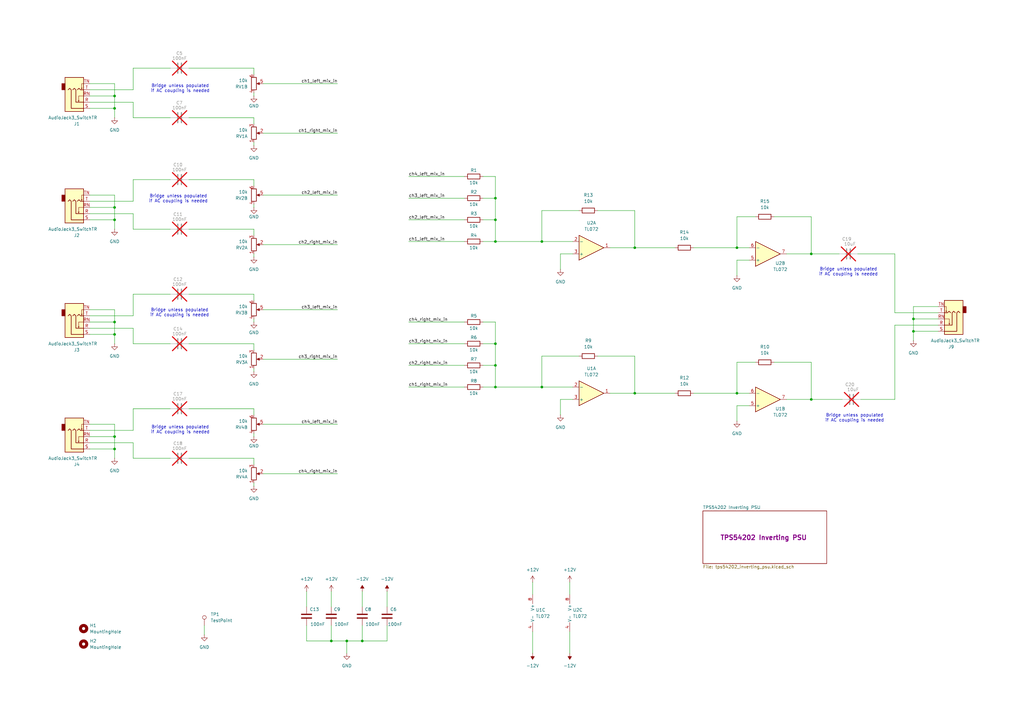
<source format=kicad_sch>
(kicad_sch (version 20231120) (generator "eeschema") (generator_version "8.0")
  (paper "A3")
  (title_block (date "2024-04-18") (rev "C"))
  (lib_symbols
    (symbol "Amplifier_Operational:TL072" (pin_names (offset 0.127))
      (property "Reference" "U" (at 0 5.08 0))
      (property "Value" "TL072" (at 0 -5.08 0))
      (symbol "TL072_1_1"
        (polyline (pts (xy -5.08 5.08) (xy 5.08 0) (xy -5.08 -5.08) (xy -5.08 5.08)) (stroke (width 0.254)) (fill (type background)))
        (pin output line (at 7.62 0 180) (length 2.54) (name "~") (number "1"))
        (pin input line (at -7.62 -2.54 0) (length 2.54) (name "-") (number "2"))
        (pin input line (at -7.62 2.54 0) (length 2.54) (name "+") (number "3"))
      )
      (symbol "TL072_2_1"
        (polyline (pts (xy -5.08 5.08) (xy 5.08 0) (xy -5.08 -5.08) (xy -5.08 5.08)) (stroke (width 0.254)) (fill (type background)))
        (pin input line (at -7.62 2.54 0) (length 2.54) (name "+") (number "5"))
        (pin input line (at -7.62 -2.54 0) (length 2.54) (name "-") (number "6"))
        (pin output line (at 7.62 0 180) (length 2.54) (name "~") (number "7"))
      )
      (symbol "TL072_3_1"
        (pin power_in line (at -2.54 -7.62 90) (length 3.81) (name "V-") (number "4"))
        (pin power_in line (at -2.54 7.62 270) (length 3.81) (name "V+") (number "8"))
      )
    )
    (symbol "Connector:TestPoint" (pin_numbers hide) (pin_names (offset 0.762) hide)
      (property "Reference" "TP" (at 0 6.858 0))
      (property "Value" "TestPoint" (at 0 5.08 0))
      (symbol "TestPoint_0_1"
        (circle (center 0 3.302) (radius 0.762))
      )
      (symbol "TestPoint_1_1"
        (pin passive line (at 0 0 90) (length 2.54) (name "1") (number "1"))
      )
    )
    (symbol "Connector_Audio:AudioJack3_SwitchTR"
      (property "Reference" "J" (at 0 8.89 0))
      (property "Value" "AudioJack3_SwitchTR" (at 0 6.35 0))
      (symbol "AudioJack3_SwitchTR_0_1"
        (rectangle (start -5.08 -5.08) (end -6.35 -7.62) (stroke (width 0.254)) (fill (type outline)))
        (polyline (pts (xy 0.508 -0.254) (xy 0.762 -0.762)))
        (polyline (pts (xy 1.778 -5.334) (xy 2.032 -5.842)))
        (polyline (pts (xy 0 -5.08) (xy 0.635 -5.715) (xy 1.27 -5.08) (xy 2.54 -5.08)) (stroke (width 0.254)))
        (polyline (pts (xy 2.54 -7.62) (xy 1.778 -7.62) (xy 1.778 -5.334) (xy 1.524 -5.842)))
        (polyline (pts (xy 2.54 -2.54) (xy 0.508 -2.54) (xy 0.508 -0.254) (xy 0.254 -0.762)))
        (polyline (pts (xy -1.905 -5.08) (xy -1.27 -5.715) (xy -0.635 -5.08) (xy -0.635 0) (xy 2.54 0)) (stroke (width 0.254)))
        (polyline (pts (xy 2.54 2.54) (xy -2.54 2.54) (xy -2.54 -5.08) (xy -3.175 -5.715) (xy -3.81 -5.08)) (stroke (width 0.254)))
        (rectangle (start 2.54 3.81) (end -5.08 -10.16) (stroke (width 0.254)) (fill (type background)))
      )
      (symbol "AudioJack3_SwitchTR_1_1"
        (pin passive line (at 5.08 0 180) (length 2.54) (name "~") (number "R"))
        (pin passive line (at 5.08 -2.54 180) (length 2.54) (name "~") (number "RN"))
        (pin passive line (at 5.08 2.54 180) (length 2.54) (name "~") (number "S"))
        (pin passive line (at 5.08 -5.08 180) (length 2.54) (name "~") (number "T"))
        (pin passive line (at 5.08 -7.62 180) (length 2.54) (name "~") (number "TN"))
      )
    )
    (symbol "Device:C" (pin_numbers hide) (pin_names (offset 0.254))
      (property "Reference" "C" (at 0.635 2.54 0))
      (property "Value" "C" (at 0.635 -2.54 0))
      (symbol "C_0_1"
        (polyline (pts (xy -2.032 -0.762) (xy 2.032 -0.762)) (stroke (width 0.508)))
        (polyline (pts (xy -2.032 0.762) (xy 2.032 0.762)) (stroke (width 0.508)))
      )
      (symbol "C_1_1"
        (pin passive line (at 0 3.81 270) (length 2.794) (name "~") (number "1"))
        (pin passive line (at 0 -3.81 90) (length 2.794) (name "~") (number "2"))
      )
    )
    (symbol "Device:R" (pin_numbers hide) (pin_names (offset 0))
      (property "Reference" "R" (at 2.032 0 90))
      (property "Value" "R" (at 0 0 90))
      (symbol "R_0_1"
        (rectangle (start -1.016 -2.54) (end 1.016 2.54) (stroke (width 0.254)))
      )
      (symbol "R_1_1"
        (pin passive line (at 0 3.81 270) (length 1.27) (name "~") (number "1"))
        (pin passive line (at 0 -3.81 90) (length 1.27) (name "~") (number "2"))
      )
    )
    (symbol "Device:R_Potentiometer_Dual_Separate" (pin_names (offset 1.016) hide)
      (property "Reference" "RV" (at -4.445 0 90))
      (property "Value" "R_Potentiometer_Dual_Separate" (at -2.54 0 90))
      (symbol "R_Potentiometer_Dual_Separate_0_1"
        (polyline (pts (xy 2.54 0) (xy 1.524 0)))
        (polyline (pts (xy 1.143 0) (xy 2.286 0.508) (xy 2.286 -0.508) (xy 1.143 0)) (fill (type outline)))
        (rectangle (start 1.016 2.54) (end -1.016 -2.54) (stroke (width 0.254)))
      )
      (symbol "R_Potentiometer_Dual_Separate_1_1"
        (pin passive line (at 0 3.81 270) (length 1.27) (name "1") (number "1"))
        (pin passive line (at 3.81 0 180) (length 1.27) (name "2") (number "2"))
        (pin passive line (at 0 -3.81 90) (length 1.27) (name "3") (number "3"))
      )
      (symbol "R_Potentiometer_Dual_Separate_2_1"
        (pin passive line (at 0 3.81 270) (length 1.27) (name "4") (number "4"))
        (pin passive line (at 3.81 0 180) (length 1.27) (name "5") (number "5"))
        (pin passive line (at 0 -3.81 90) (length 1.27) (name "6") (number "6"))
      )
    )
    (symbol "Mechanical:MountingHole" (pin_names (offset 1.016)) (exclude_from_sim yes) (in_bom no)
      (property "Reference" "H" (at 0 5.08 0))
      (property "Value" "MountingHole" (at 0 3.175 0))
      (symbol "MountingHole_0_1"
        (circle (center 0 0) (radius 1.27) (stroke (width 1.27)))
      )
    )
    (symbol "power:+12V" (power) (pin_numbers hide) (pin_names (offset 0) hide)
      (property "Value" "+12V" (at 0 3.556 0))
      (symbol "+12V_0_1"
        (polyline (pts (xy -0.762 1.27) (xy 0 2.54)))
        (polyline (pts (xy 0 0) (xy 0 2.54)))
        (polyline (pts (xy 0 2.54) (xy 0.762 1.27)))
      )
      (symbol "+12V_1_1"
        (pin power_in line (at 0 0 90) (length 0) (name "~") (number "1"))
      )
    )
    (symbol "power:-12V" (power) (pin_numbers hide) (pin_names (offset 0) hide)
      (property "Value" "-12V" (at 0 3.556 0))
      (symbol "-12V_0_0"
        (pin power_in line (at 0 0 90) (length 0) (name "~") (number "1"))
      )
      (symbol "-12V_0_1"
        (polyline (pts (xy 0 0) (xy 0 1.27) (xy 0.762 1.27) (xy 0 2.54) (xy -0.762 1.27) (xy 0 1.27)) (fill (type outline)))
      )
    )
    (symbol "power:GND" (power) (pin_numbers hide) (pin_names (offset 0) hide)
      (property "Value" "GND" (at 0 -3.81 0))
      (symbol "GND_0_1"
        (polyline (pts (xy 0 0) (xy 0 -1.27) (xy 1.27 -1.27) (xy 0 -2.54) (xy -1.27 -1.27) (xy 0 -1.27)))
      )
      (symbol "GND_1_1"
        (pin power_in line (at 0 0 270) (length 0) (name "~") (number "1"))
      )
    )
  )
  (junction (at 203.2 149.86))
  (junction (at 374.65 130.81))
  (junction (at 148.59 262.89))
  (junction (at 135.89 262.89))
  (junction (at 222.25 99.06))
  (junction (at 374.65 135.89))
  (junction (at 302.26 161.29))
  (junction (at 203.2 90.17))
  (junction (at 46.99 39.37))
  (junction (at 46.99 90.17))
  (junction (at 203.2 158.75))
  (junction (at 46.99 85.09))
  (junction (at 260.35 161.29))
  (junction (at 46.99 184.15))
  (junction (at 203.2 140.97))
  (junction (at 46.99 179.07))
  (junction (at 203.2 81.28))
  (junction (at 46.99 44.45))
  (junction (at 142.24 262.89))
  (junction (at 332.74 104.14))
  (junction (at 260.35 101.6))
  (junction (at 46.99 132.08))
  (junction (at 46.99 137.16))
  (junction (at 222.25 158.75))
  (junction (at 302.26 101.6))
  (junction (at 203.2 99.06))
  (junction (at 332.74 163.83))
  (wire (pts (xy 107.95 173.99) (xy 138.43 173.99)))
  (wire (pts (xy 332.74 163.83) (xy 345.44 163.83)))
  (wire (pts (xy 36.83 87.63) (xy 54.61 87.63)))
  (wire (pts (xy 302.26 106.68) (xy 307.34 106.68)))
  (wire (pts (xy 317.5 88.9) (xy 332.74 88.9)))
  (wire (pts (xy 36.83 184.15) (xy 46.99 184.15)))
  (wire (pts (xy 148.59 262.89) (xy 158.75 262.89)))
  (wire (pts (xy 198.12 81.28) (xy 203.2 81.28)))
  (wire (pts (xy 54.61 27.94) (xy 69.85 27.94)))
  (wire (pts (xy 54.61 87.63) (xy 54.61 93.98)))
  (wire (pts (xy 104.14 93.98) (xy 104.14 96.52)))
  (wire (pts (xy 77.47 48.26) (xy 104.14 48.26)))
  (wire (pts (xy 77.47 93.98) (xy 104.14 93.98)))
  (wire (pts (xy 233.68 238.76) (xy 233.68 243.84)))
  (wire (pts (xy 54.61 73.66) (xy 69.85 73.66)))
  (wire (pts (xy 54.61 36.83) (xy 54.61 27.94)))
  (wire (pts (xy 203.2 72.39) (xy 203.2 81.28)))
  (wire (pts (xy 46.99 90.17) (xy 46.99 85.09)))
  (wire (pts (xy 46.99 184.15) (xy 46.99 187.96)))
  (wire (pts (xy 104.14 177.8) (xy 104.14 179.07)))
  (wire (pts (xy 367.03 104.14) (xy 367.03 128.27)))
  (wire (pts (xy 229.87 163.83) (xy 234.95 163.83)))
  (wire (pts (xy 135.89 256.54) (xy 135.89 262.89)))
  (wire (pts (xy 54.61 129.54) (xy 54.61 120.65)))
  (wire (pts (xy 384.81 128.27) (xy 367.03 128.27)))
  (wire (pts (xy 104.14 130.81) (xy 104.14 132.08)))
  (wire (pts (xy 46.99 127) (xy 36.83 127)))
  (wire (pts (xy 203.2 149.86) (xy 203.2 158.75)))
  (wire (pts (xy 302.26 166.37) (xy 302.26 172.72)))
  (wire (pts (xy 54.61 187.96) (xy 69.85 187.96)))
  (wire (pts (xy 203.2 81.28) (xy 203.2 90.17)))
  (wire (pts (xy 250.19 101.6) (xy 260.35 101.6)))
  (wire (pts (xy 104.14 38.1) (xy 104.14 39.37)))
  (wire (pts (xy 36.83 176.53) (xy 54.61 176.53)))
  (wire (pts (xy 158.75 256.54) (xy 158.75 262.89)))
  (wire (pts (xy 125.73 242.57) (xy 125.73 248.92)))
  (wire (pts (xy 36.83 90.17) (xy 46.99 90.17)))
  (wire (pts (xy 36.83 82.55) (xy 54.61 82.55)))
  (wire (pts (xy 222.25 86.36) (xy 237.49 86.36)))
  (wire (pts (xy 36.83 44.45) (xy 46.99 44.45)))
  (wire (pts (xy 104.14 167.64) (xy 104.14 170.18)))
  (wire (pts (xy 158.75 248.92) (xy 158.75 242.57)))
  (wire (pts (xy 222.25 99.06) (xy 234.95 99.06)))
  (wire (pts (xy 36.83 137.16) (xy 46.99 137.16)))
  (wire (pts (xy 54.61 48.26) (xy 69.85 48.26)))
  (wire (pts (xy 198.12 158.75) (xy 203.2 158.75)))
  (wire (pts (xy 198.12 72.39) (xy 203.2 72.39)))
  (wire (pts (xy 107.95 194.31) (xy 138.43 194.31)))
  (wire (pts (xy 222.25 158.75) (xy 234.95 158.75)))
  (wire (pts (xy 203.2 140.97) (xy 203.2 149.86)))
  (wire (pts (xy 54.61 93.98) (xy 69.85 93.98)))
  (wire (pts (xy 317.5 148.59) (xy 332.74 148.59)))
  (wire (pts (xy 167.64 158.75) (xy 190.5 158.75)))
  (wire (pts (xy 351.79 104.14) (xy 367.03 104.14)))
  (wire (pts (xy 332.74 88.9) (xy 332.74 104.14)))
  (wire (pts (xy 167.64 149.86) (xy 190.5 149.86)))
  (wire (pts (xy 135.89 262.89) (xy 142.24 262.89)))
  (wire (pts (xy 222.25 86.36) (xy 222.25 99.06)))
  (wire (pts (xy 203.2 90.17) (xy 203.2 99.06)))
  (wire (pts (xy 46.99 39.37) (xy 36.83 39.37)))
  (wire (pts (xy 54.61 176.53) (xy 54.61 167.64)))
  (wire (pts (xy 167.64 72.39) (xy 190.5 72.39)))
  (wire (pts (xy 104.14 120.65) (xy 104.14 123.19)))
  (wire (pts (xy 107.95 147.32) (xy 138.43 147.32)))
  (wire (pts (xy 77.47 167.64) (xy 104.14 167.64)))
  (wire (pts (xy 104.14 58.42) (xy 104.14 59.69)))
  (wire (pts (xy 302.26 161.29) (xy 307.34 161.29)))
  (wire (pts (xy 260.35 161.29) (xy 276.86 161.29)))
  (wire (pts (xy 104.14 104.14) (xy 104.14 105.41)))
  (wire (pts (xy 198.12 149.86) (xy 203.2 149.86)))
  (wire (pts (xy 142.24 262.89) (xy 142.24 267.97)))
  (wire (pts (xy 104.14 187.96) (xy 104.14 190.5)))
  (wire (pts (xy 54.61 134.62) (xy 54.61 140.97)))
  (wire (pts (xy 167.64 140.97) (xy 190.5 140.97)))
  (wire (pts (xy 36.83 181.61) (xy 54.61 181.61)))
  (wire (pts (xy 233.68 259.08) (xy 233.68 267.97)))
  (wire (pts (xy 245.11 86.36) (xy 260.35 86.36)))
  (wire (pts (xy 104.14 198.12) (xy 104.14 199.39)))
  (wire (pts (xy 374.65 125.73) (xy 384.81 125.73)))
  (wire (pts (xy 77.47 140.97) (xy 104.14 140.97)))
  (wire (pts (xy 198.12 140.97) (xy 203.2 140.97)))
  (wire (pts (xy 245.11 146.05) (xy 260.35 146.05)))
  (wire (pts (xy 46.99 39.37) (xy 46.99 34.29)))
  (wire (pts (xy 198.12 99.06) (xy 203.2 99.06)))
  (wire (pts (xy 107.95 54.61) (xy 138.43 54.61)))
  (wire (pts (xy 77.47 187.96) (xy 104.14 187.96)))
  (wire (pts (xy 46.99 179.07) (xy 36.83 179.07)))
  (wire (pts (xy 142.24 262.89) (xy 148.59 262.89)))
  (wire (pts (xy 46.99 34.29) (xy 36.83 34.29)))
  (wire (pts (xy 203.2 99.06) (xy 222.25 99.06)))
  (wire (pts (xy 148.59 248.92) (xy 148.59 242.57)))
  (wire (pts (xy 104.14 48.26) (xy 104.14 50.8)))
  (wire (pts (xy 260.35 101.6) (xy 276.86 101.6)))
  (wire (pts (xy 107.95 127) (xy 138.43 127)))
  (wire (pts (xy 104.14 140.97) (xy 104.14 143.51)))
  (wire (pts (xy 77.47 73.66) (xy 104.14 73.66)))
  (wire (pts (xy 54.61 41.91) (xy 54.61 48.26)))
  (wire (pts (xy 104.14 83.82) (xy 104.14 85.09)))
  (wire (pts (xy 302.26 88.9) (xy 309.88 88.9)))
  (wire (pts (xy 46.99 137.16) (xy 46.99 140.97)))
  (wire (pts (xy 46.99 137.16) (xy 46.99 132.08)))
  (wire (pts (xy 104.14 73.66) (xy 104.14 76.2)))
  (wire (pts (xy 46.99 173.99) (xy 36.83 173.99)))
  (wire (pts (xy 46.99 132.08) (xy 36.83 132.08)))
  (wire (pts (xy 384.81 133.35) (xy 367.03 133.35)))
  (wire (pts (xy 46.99 44.45) (xy 46.99 39.37)))
  (wire (pts (xy 374.65 135.89) (xy 374.65 130.81)))
  (wire (pts (xy 125.73 262.89) (xy 135.89 262.89)))
  (wire (pts (xy 203.2 132.08) (xy 203.2 140.97)))
  (wire (pts (xy 46.99 85.09) (xy 36.83 85.09)))
  (wire (pts (xy 107.95 100.33) (xy 138.43 100.33)))
  (wire (pts (xy 353.06 163.83) (xy 367.03 163.83)))
  (wire (pts (xy 322.58 104.14) (xy 332.74 104.14)))
  (wire (pts (xy 250.19 161.29) (xy 260.35 161.29)))
  (wire (pts (xy 107.95 34.29) (xy 138.43 34.29)))
  (wire (pts (xy 384.81 135.89) (xy 374.65 135.89)))
  (wire (pts (xy 222.25 146.05) (xy 237.49 146.05)))
  (wire (pts (xy 332.74 148.59) (xy 332.74 163.83)))
  (wire (pts (xy 284.48 161.29) (xy 302.26 161.29)))
  (wire (pts (xy 46.99 179.07) (xy 46.99 173.99)))
  (wire (pts (xy 104.14 27.94) (xy 104.14 30.48)))
  (wire (pts (xy 36.83 134.62) (xy 54.61 134.62)))
  (wire (pts (xy 148.59 256.54) (xy 148.59 262.89)))
  (wire (pts (xy 46.99 90.17) (xy 46.99 93.98)))
  (wire (pts (xy 284.48 101.6) (xy 302.26 101.6)))
  (wire (pts (xy 167.64 90.17) (xy 190.5 90.17)))
  (wire (pts (xy 374.65 130.81) (xy 384.81 130.81)))
  (wire (pts (xy 167.64 99.06) (xy 190.5 99.06)))
  (wire (pts (xy 229.87 104.14) (xy 229.87 110.49)))
  (wire (pts (xy 260.35 86.36) (xy 260.35 101.6)))
  (wire (pts (xy 83.82 256.54) (xy 83.82 260.35)))
  (wire (pts (xy 104.14 151.13) (xy 104.14 152.4)))
  (wire (pts (xy 54.61 181.61) (xy 54.61 187.96)))
  (wire (pts (xy 46.99 80.01) (xy 36.83 80.01)))
  (wire (pts (xy 218.44 238.76) (xy 218.44 243.84)))
  (wire (pts (xy 198.12 132.08) (xy 203.2 132.08)))
  (wire (pts (xy 36.83 36.83) (xy 54.61 36.83)))
  (wire (pts (xy 107.95 80.01) (xy 138.43 80.01)))
  (wire (pts (xy 54.61 167.64) (xy 69.85 167.64)))
  (wire (pts (xy 260.35 146.05) (xy 260.35 161.29)))
  (wire (pts (xy 222.25 146.05) (xy 222.25 158.75)))
  (wire (pts (xy 167.64 132.08) (xy 190.5 132.08)))
  (wire (pts (xy 374.65 135.89) (xy 374.65 139.7)))
  (wire (pts (xy 77.47 27.94) (xy 104.14 27.94)))
  (wire (pts (xy 229.87 104.14) (xy 234.95 104.14)))
  (wire (pts (xy 203.2 158.75) (xy 222.25 158.75)))
  (wire (pts (xy 302.26 148.59) (xy 302.26 161.29)))
  (wire (pts (xy 77.47 120.65) (xy 104.14 120.65)))
  (wire (pts (xy 46.99 85.09) (xy 46.99 80.01)))
  (wire (pts (xy 198.12 90.17) (xy 203.2 90.17)))
  (wire (pts (xy 229.87 163.83) (xy 229.87 170.18)))
  (wire (pts (xy 46.99 44.45) (xy 46.99 48.26)))
  (wire (pts (xy 322.58 163.83) (xy 332.74 163.83)))
  (wire (pts (xy 46.99 184.15) (xy 46.99 179.07)))
  (wire (pts (xy 332.74 104.14) (xy 344.17 104.14)))
  (wire (pts (xy 54.61 82.55) (xy 54.61 73.66)))
  (wire (pts (xy 367.03 133.35) (xy 367.03 163.83)))
  (wire (pts (xy 302.26 88.9) (xy 302.26 101.6)))
  (wire (pts (xy 46.99 132.08) (xy 46.99 127)))
  (wire (pts (xy 302.26 101.6) (xy 307.34 101.6)))
  (wire (pts (xy 167.64 81.28) (xy 190.5 81.28)))
  (wire (pts (xy 302.26 148.59) (xy 309.88 148.59)))
  (wire (pts (xy 36.83 41.91) (xy 54.61 41.91)))
  (wire (pts (xy 36.83 129.54) (xy 54.61 129.54)))
  (wire (pts (xy 218.44 259.08) (xy 218.44 267.97)))
  (wire (pts (xy 125.73 256.54) (xy 125.73 262.89)))
  (wire (pts (xy 135.89 242.57) (xy 135.89 248.92)))
  (wire (pts (xy 302.26 166.37) (xy 307.34 166.37)))
  (wire (pts (xy 302.26 106.68) (xy 302.26 113.03)))
  (wire (pts (xy 54.61 140.97) (xy 69.85 140.97)))
  (wire (pts (xy 54.61 120.65) (xy 69.85 120.65)))
  (wire (pts (xy 374.65 130.81) (xy 374.65 125.73)))
  (text "Bridge unless populated\nif AC coupling is needed" (at 350.52 171.45 0) (effects (font (size 1.27 1.27))))
  (text "Bridge unless populated\nif AC coupling is needed" (at 73.914 176.276 0) (effects (font (size 1.27 1.27))))
  (text "Bridge unless populated\nif AC coupling is needed" (at 73.66 128.27 0) (effects (font (size 1.27 1.27))))
  (text "Bridge unless populated\nif AC coupling is needed" (at 347.98 111.506 0) (effects (font (size 1.27 1.27))))
  (text "Bridge unless populated\nif AC coupling is needed" (at 73.914 36.322 0) (effects (font (size 1.27 1.27))))
  (text "Bridge unless populated\nif AC coupling is needed" (at 73.152 81.534 0) (effects (font (size 1.27 1.27))))
  (label "ch3_right_mix_in" (at 138.43 147.32 180))
  (label "ch1_right_mix_in" (at 167.64 158.75 0))
  (label "ch2_left_mix_in" (at 138.43 80.01 180))
  (label "ch1_right_mix_in" (at 138.43 54.61 180))
  (label "ch1_left_mix_in" (at 167.64 99.06 0))
  (label "ch4_right_mix_in" (at 167.64 132.08 0))
  (label "ch2_right_mix_in" (at 138.43 100.33 180))
  (label "ch3_left_mix_in" (at 167.64 81.28 0))
  (label "ch4_left_mix_in" (at 138.43 173.99 180))
  (label "ch2_right_mix_in" (at 167.64 149.86 0))
  (label "ch3_right_mix_in" (at 167.64 140.97 0))
  (label "ch3_left_mix_in" (at 138.43 127 180))
  (label "ch4_right_mix_in" (at 138.43 194.31 180))
  (label "ch4_left_mix_in" (at 167.64 72.39 0))
  (label "ch2_left_mix_in" (at 167.64 90.17 0))
  (label "ch1_left_mix_in" (at 138.43 34.29 180))
  (symbol (lib_id "power:GND") (at 83.82 260.35 0) (unit 1)
    (property "Reference" "#PWR08" (effects (hide yes)))
    (property "Value" "GND" (at 83.82 265.43 0))
    (property "Description" "Power symbol creates a global label with name \"GND\" , ground" (effects (hide yes)))
  )
  (symbol (lib_id "Device:C") (at 148.59 252.73 0) (unit 1)
    (property "Reference" "C8" (at 149.606 249.936 0) (effects (justify left)))
    (property "Value" "100nF" (at 149.86 256.032 0) (effects (justify left)))
    (property "Footprint" "Capacitor_SMD:C_0603_1608Metric_Pad1.08x0.95mm_HandSolder" (effects (hide yes)))
    (property "Description" "Unpolarized capacitor" (effects (hide yes)))
    (property "LCSC" "C1590" (effects (hide yes)))
    (property "Notes" "X7R 25V" (effects (hide yes)))
    (property "Mouser" "791-0603B104J250CT" (effects (hide yes)))
  )
  (symbol (lib_id "power:GND") (at 229.87 170.18 0) (unit 1)
    (property "Reference" "#PWR028" (effects (hide yes)))
    (property "Value" "GND" (at 229.87 175.26 0))
    (property "Description" "Power symbol creates a global label with name \"GND\" , ground" (effects (hide yes)))
  )
  (symbol (lib_id "Device:C") (at 73.66 73.66 90) (unit 1) (in_bom no) (dnp yes)
    (property "Reference" "C10" (at 74.93 67.564 90) (effects (justify left)))
    (property "Value" "100nF" (at 76.708 69.596 90) (effects (justify left)))
    (property "Footprint" "Capacitor_SMD:C_0603_1608Metric_Pad1.08x0.95mm_HandSolder" (effects (hide yes)))
    (property "Description" "Unpolarized capacitor" (effects (hide yes)))
    (property "LCSC" "C1590" (effects (hide yes)))
    (property "Notes" "X7R 25V" (effects (hide yes)))
    (property "Mouser" "791-0603B104J250CT" (effects (hide yes)))
  )
  (symbol (lib_id "power:GND") (at 302.26 172.72 0) (unit 1)
    (property "Reference" "#PWR029" (effects (hide yes)))
    (property "Value" "GND" (at 302.26 177.8 0))
    (property "Description" "Power symbol creates a global label with name \"GND\" , ground" (effects (hide yes)))
  )
  (symbol (lib_id "Mechanical:MountingHole") (at 34.29 264.16 0) (unit 1)
    (property "Reference" "H2" (at 36.83 262.89 0) (effects (justify left)))
    (property "Value" "MountingHole" (at 36.83 265.43 0) (effects (justify left)))
    (property "Footprint" "MountingHole:MountingHole_3mm" (effects (hide yes)))
    (property "Description" "Mounting Hole without connection" (effects (hide yes)))
  )
  (symbol (lib_id "Device:R") (at 313.69 148.59 90) (unit 1)
    (property "Reference" "R10" (at 313.69 142.24 90))
    (property "Value" "10k" (at 313.69 144.78 90))
    (property "Footprint" "Resistor_SMD:R_0805_2012Metric_Pad1.20x1.40mm_HandSolder" (effects (hide yes)))
    (property "Description" "Resistor" (effects (hide yes)))
    (property "LCSC" "C17414" (effects (hide yes)))
    (property "Mouser" "71-CRCW080510K0FKEAC" (effects (hide yes)))
  )
  (symbol (lib_id "power:-12V") (at 233.68 267.97 180) (unit 1)
    (property "Reference" "#PWR030" (effects (hide yes)))
    (property "Value" "-12V" (at 233.68 273.05 0))
    (property "Description" "Power symbol creates a global label with name \"-12V\"" (effects (hide yes)))
  )
  (symbol (lib_id "Device:R") (at 280.67 101.6 90) (unit 1)
    (property "Reference" "R14" (at 280.67 95.25 90))
    (property "Value" "10k" (at 280.67 97.79 90))
    (property "Footprint" "Resistor_SMD:R_0805_2012Metric_Pad1.20x1.40mm_HandSolder" (effects (hide yes)))
    (property "Description" "Resistor" (effects (hide yes)))
    (property "LCSC" "C17414" (effects (hide yes)))
    (property "Mouser" "71-CRCW080510K0FKEAC" (effects (hide yes)))
  )
  (symbol (lib_id "Device:R") (at 194.31 72.39 90) (unit 1)
    (property "Reference" "R1" (at 194.31 69.85 90))
    (property "Value" "10k" (at 194.31 74.93 90))
    (property "Footprint" "Resistor_SMD:R_0805_2012Metric_Pad1.20x1.40mm_HandSolder" (effects (hide yes)))
    (property "Description" "Resistor" (effects (hide yes)))
    (property "LCSC" "C17414" (effects (hide yes)))
    (property "Mouser" "71-CRCW080510K0FKEAC" (effects (hide yes)))
  )
  (symbol (lib_id "power:GND") (at 229.87 110.49 0) (unit 1)
    (property "Reference" "#PWR023" (effects (hide yes)))
    (property "Value" "GND" (at 229.87 115.57 0))
    (property "Description" "Power symbol creates a global label with name \"GND\" , ground" (effects (hide yes)))
  )
  (symbol (lib_id "Amplifier_Operational:TL072") (at 236.22 251.46 0) (unit 3)
    (property "Reference" "U2" (at 234.95 250.19 0) (effects (justify left)))
    (property "Value" "TL072" (at 234.95 252.73 0) (effects (justify left)))
    (property "Footprint" "Package_SO:SOIC-8_3.9x4.9mm_P1.27mm" (effects (hide yes)))
    (property "Datasheet" "http://www.ti.com/lit/ds/symlink/tl071.pdf" (effects (hide yes)))
    (property "Description" "Dual Low-Noise JFET-Input Operational Amplifiers, DIP-8/SOIC-8" (effects (hide yes)))
    (property "LCSC" "C67473" (effects (hide yes)))
    (property "Mouser" "511-TL072CDT" (effects (hide yes)))
  )
  (symbol (lib_id "Device:C") (at 73.66 187.96 90) (unit 1) (in_bom no) (dnp yes)
    (property "Reference" "C18" (at 74.93 181.864 90) (effects (justify left)))
    (property "Value" "100nF" (at 76.708 183.896 90) (effects (justify left)))
    (property "Footprint" "Capacitor_SMD:C_0603_1608Metric_Pad1.08x0.95mm_HandSolder" (effects (hide yes)))
    (property "Description" "Unpolarized capacitor" (effects (hide yes)))
    (property "LCSC" "C1590" (effects (hide yes)))
    (property "Notes" "X7R 25V" (effects (hide yes)))
    (property "Mouser" "791-0603B104J250CT" (effects (hide yes)))
  )
  (symbol (lib_id "Device:C") (at 73.66 167.64 90) (unit 1) (in_bom no) (dnp yes)
    (property "Reference" "C17" (at 74.93 161.544 90) (effects (justify left)))
    (property "Value" "100nF" (at 76.708 163.576 90) (effects (justify left)))
    (property "Footprint" "Capacitor_SMD:C_0603_1608Metric_Pad1.08x0.95mm_HandSolder" (effects (hide yes)))
    (property "Description" "Unpolarized capacitor" (effects (hide yes)))
    (property "LCSC" "C1590" (effects (hide yes)))
    (property "Notes" "X7R 25V" (effects (hide yes)))
    (property "Mouser" "791-0603B104J250CT" (effects (hide yes)))
  )
  (symbol (lib_id "Device:R_Potentiometer_Dual_Separate") (at 104.14 54.61 0) (mirror x) (unit 1)
    (property "Reference" "RV1" (at 101.6 55.88 0) (effects (justify right)))
    (property "Value" "10k" (at 101.6 53.34 0) (effects (justify right)))
    (property "Footprint" "Potentiometers:Alps_RK12L12_Double_Horizontal" (effects (hide yes)))
    (property "Datasheet" "https://www.mouser.co.uk/datasheet/2/15/RK12L12_VARIETYOTHER-1370614.pdf" (effects (hide yes)))
    (property "Description" "Dual potentiometer, separate units, linear taper" (effects (hide yes)))
    (property "Mouser" "688-RK12L1210C1K " (effects (hide yes)))
  )
  (symbol (lib_id "Device:C") (at 347.98 104.14 90) (unit 1) (in_bom no) (dnp yes)
    (property "Reference" "C19" (at 349.25 98.044 90) (effects (justify left)))
    (property "Value" "10uF" (at 351.028 100.076 90) (effects (justify left)))
    (property "Footprint" "Capacitor_SMD:C_1210_3225Metric_Pad1.33x2.70mm_HandSolder" (effects (hide yes)))
    (property "Datasheet" "https://www.mouser.co.uk/datasheet/2/585/MLCC-1837944.pdf" (effects (hide yes)))
    (property "Description" "Unpolarized capacitor" (effects (hide yes)))
    (property "Notes" "X5R 25V 10% " (effects (hide yes)))
    (property "Mouser" "187-CL32A106KAULNNE" (effects (hide yes)))
  )
  (symbol (lib_id "Device:R_Potentiometer_Dual_Separate") (at 104.14 100.33 0) (mirror x) (unit 1)
    (property "Reference" "RV2" (at 101.6 101.6 0) (effects (justify right)))
    (property "Value" "10k" (at 101.6 99.06 0) (effects (justify right)))
    (property "Footprint" "Potentiometers:Alps_RK12L12_Double_Horizontal" (effects (hide yes)))
    (property "Datasheet" "https://www.mouser.co.uk/datasheet/2/15/RK12L12_VARIETYOTHER-1370614.pdf" (effects (hide yes)))
    (property "Description" "Dual potentiometer, separate units, linear taper" (effects (hide yes)))
    (property "Mouser" "688-RK12L1210C1K " (effects (hide yes)))
  )
  (symbol (lib_id "Amplifier_Operational:TL072") (at 242.57 161.29 0) (mirror x) (unit 1)
    (property "Reference" "U1" (at 242.57 151.13 0))
    (property "Value" "TL072" (at 242.57 153.67 0))
    (property "Footprint" "Package_SO:SOIC-8_3.9x4.9mm_P1.27mm" (effects (hide yes)))
    (property "Datasheet" "http://www.ti.com/lit/ds/symlink/tl071.pdf" (effects (hide yes)))
    (property "Description" "Dual Low-Noise JFET-Input Operational Amplifiers, DIP-8/SOIC-8" (effects (hide yes)))
    (property "LCSC" "C67473" (effects (hide yes)))
    (property "Mouser" "511-TL072CDT" (effects (hide yes)))
  )
  (symbol (lib_id "Device:C") (at 73.66 48.26 90) (unit 1) (in_bom no) (dnp yes)
    (property "Reference" "C7" (at 74.93 42.164 90) (effects (justify left)))
    (property "Value" "100nF" (at 76.708 44.196 90) (effects (justify left)))
    (property "Footprint" "Capacitor_SMD:C_0603_1608Metric_Pad1.08x0.95mm_HandSolder" (effects (hide yes)))
    (property "Description" "Unpolarized capacitor" (effects (hide yes)))
    (property "LCSC" "C1590" (effects (hide yes)))
    (property "Notes" "X7R 25V" (effects (hide yes)))
    (property "Mouser" "791-0603B104J250CT" (effects (hide yes)))
  )
  (symbol (lib_id "Device:C") (at 73.66 120.65 90) (unit 1) (in_bom no) (dnp yes)
    (property "Reference" "C12" (at 74.93 114.554 90) (effects (justify left)))
    (property "Value" "100nF" (at 76.708 116.586 90) (effects (justify left)))
    (property "Footprint" "Capacitor_SMD:C_0603_1608Metric_Pad1.08x0.95mm_HandSolder" (effects (hide yes)))
    (property "Description" "Unpolarized capacitor" (effects (hide yes)))
    (property "LCSC" "C1590" (effects (hide yes)))
    (property "Notes" "X7R 25V" (effects (hide yes)))
    (property "Mouser" "791-0603B104J250CT" (effects (hide yes)))
  )
  (symbol (lib_id "Device:R_Potentiometer_Dual_Separate") (at 104.14 194.31 0) (mirror x) (unit 1)
    (property "Reference" "RV4" (at 101.6 195.58 0) (effects (justify right)))
    (property "Value" "10k" (at 101.6 193.04 0) (effects (justify right)))
    (property "Footprint" "Potentiometers:Alps_RK12L12_Double_Horizontal" (effects (hide yes)))
    (property "Datasheet" "https://www.mouser.co.uk/datasheet/2/15/RK12L12_VARIETYOTHER-1370614.pdf" (effects (hide yes)))
    (property "Description" "Dual potentiometer, separate units, linear taper" (effects (hide yes)))
    (property "Mouser" "688-RK12L1210C1K " (effects (hide yes)))
  )
  (symbol (lib_id "Device:R_Potentiometer_Dual_Separate") (at 104.14 34.29 0) (mirror x) (unit 2)
    (property "Reference" "RV1" (at 101.6 35.56 0) (effects (justify right)))
    (property "Value" "10k" (at 101.6 33.02 0) (effects (justify right)))
    (property "Footprint" "Potentiometers:Alps_RK12L12_Double_Horizontal" (effects (hide yes)))
    (property "Datasheet" "https://www.mouser.co.uk/datasheet/2/15/RK12L12_VARIETYOTHER-1370614.pdf" (effects (hide yes)))
    (property "Description" "Dual potentiometer, separate units, linear taper" (effects (hide yes)))
    (property "Mouser" "688-RK12L1210C1K " (effects (hide yes)))
  )
  (symbol (lib_id "Device:C") (at 73.66 140.97 90) (unit 1) (in_bom no) (dnp yes)
    (property "Reference" "C14" (at 74.93 134.874 90) (effects (justify left)))
    (property "Value" "100nF" (at 76.708 136.906 90) (effects (justify left)))
    (property "Footprint" "Capacitor_SMD:C_0603_1608Metric_Pad1.08x0.95mm_HandSolder" (effects (hide yes)))
    (property "Description" "Unpolarized capacitor" (effects (hide yes)))
    (property "LCSC" "C1590" (effects (hide yes)))
    (property "Notes" "X7R 25V" (effects (hide yes)))
    (property "Mouser" "791-0603B104J250CT" (effects (hide yes)))
  )
  (symbol (lib_id "Device:R") (at 194.31 158.75 90) (unit 1)
    (property "Reference" "R8" (at 194.31 156.21 90))
    (property "Value" "10k" (at 194.31 161.29 90))
    (property "Footprint" "Resistor_SMD:R_0805_2012Metric_Pad1.20x1.40mm_HandSolder" (effects (hide yes)))
    (property "Description" "Resistor" (effects (hide yes)))
    (property "LCSC" "C17414" (effects (hide yes)))
    (property "Mouser" "71-CRCW080510K0FKEAC" (effects (hide yes)))
  )
  (symbol (lib_id "power:GND") (at 104.14 85.09 0) (unit 1)
    (property "Reference" "#PWR017" (effects (hide yes)))
    (property "Value" "GND" (at 104.14 88.9 0))
    (property "Description" "Power symbol creates a global label with name \"GND\" , ground" (effects (hide yes)))
  )
  (symbol (lib_id "power:+12V") (at 233.68 238.76 0) (unit 1)
    (property "Reference" "#PWR022" (effects (hide yes)))
    (property "Value" "+12V" (at 233.68 233.68 0))
    (property "Description" "Power symbol creates a global label with name \"+12V\"" (effects (hide yes)))
  )
  (symbol (lib_id "Device:R_Potentiometer_Dual_Separate") (at 104.14 173.99 0) (mirror x) (unit 2)
    (property "Reference" "RV4" (at 101.6 175.26 0) (effects (justify right)))
    (property "Value" "10k" (at 101.6 172.72 0) (effects (justify right)))
    (property "Footprint" "Potentiometers:Alps_RK12L12_Double_Horizontal" (effects (hide yes)))
    (property "Datasheet" "https://www.mouser.co.uk/datasheet/2/15/RK12L12_VARIETYOTHER-1370614.pdf" (effects (hide yes)))
    (property "Description" "Dual potentiometer, separate units, linear taper" (effects (hide yes)))
    (property "Mouser" "688-RK12L1210C1K " (effects (hide yes)))
  )
  (symbol (lib_id "power:GND") (at 46.99 187.96 0) (unit 1)
    (property "Reference" "#PWR019" (effects (hide yes)))
    (property "Value" "GND" (at 46.99 193.04 0))
    (property "Description" "Power symbol creates a global label with name \"GND\" , ground" (effects (hide yes)))
  )
  (symbol (lib_id "power:GND") (at 104.14 39.37 0) (unit 1)
    (property "Reference" "#PWR014" (effects (hide yes)))
    (property "Value" "GND" (at 104.14 43.434 0))
    (property "Description" "Power symbol creates a global label with name \"GND\" , ground" (effects (hide yes)))
  )
  (symbol (lib_id "power:-12V") (at 218.44 267.97 180) (unit 1)
    (property "Reference" "#PWR013" (effects (hide yes)))
    (property "Value" "-12V" (at 218.44 273.05 0))
    (property "Description" "Power symbol creates a global label with name \"-12V\"" (effects (hide yes)))
  )
  (symbol (lib_id "Device:R") (at 194.31 140.97 90) (unit 1)
    (property "Reference" "R6" (at 194.31 138.43 90))
    (property "Value" "10k" (at 194.31 143.51 90))
    (property "Footprint" "Resistor_SMD:R_0805_2012Metric_Pad1.20x1.40mm_HandSolder" (effects (hide yes)))
    (property "Description" "Resistor" (effects (hide yes)))
    (property "LCSC" "C17414" (effects (hide yes)))
    (property "Mouser" "71-CRCW080510K0FKEAC" (effects (hide yes)))
  )
  (symbol (lib_id "Device:R") (at 194.31 90.17 90) (unit 1)
    (property "Reference" "R3" (at 194.31 87.63 90))
    (property "Value" "10k" (at 194.31 92.71 90))
    (property "Footprint" "Resistor_SMD:R_0805_2012Metric_Pad1.20x1.40mm_HandSolder" (effects (hide yes)))
    (property "Description" "Resistor" (effects (hide yes)))
    (property "LCSC" "C17414" (effects (hide yes)))
    (property "Mouser" "71-CRCW080510K0FKEAC" (effects (hide yes)))
  )
  (symbol (lib_id "Device:R") (at 194.31 132.08 90) (unit 1)
    (property "Reference" "R5" (at 194.31 129.54 90))
    (property "Value" "10k" (at 194.31 134.62 90))
    (property "Footprint" "Resistor_SMD:R_0805_2012Metric_Pad1.20x1.40mm_HandSolder" (effects (hide yes)))
    (property "Description" "Resistor" (effects (hide yes)))
    (property "LCSC" "C17414" (effects (hide yes)))
    (property "Mouser" "71-CRCW080510K0FKEAC" (effects (hide yes)))
  )
  (symbol (lib_id "Connector_Audio:AudioJack3_SwitchTR") (at 389.89 133.35 180) (unit 1)
    (property "Reference" "J9" (at 390.144 142.24 0))
    (property "Value" "AudioJack3_SwitchTR" (at 391.795 139.7 0))
    (property "Footprint" "Connector_Audio:Jack_3.5mm_CUI_SJ1-3535NG_Horizontal" (effects (hide yes)))
    (property "Datasheet" "https://www.mouser.co.uk/datasheet/2/670/sj1_353x-3159332.pdf" (effects (hide yes)))
    (property "Description" "Audio Jack, 3 Poles (Stereo / TRS), Switched TR Poles (Normalling)" (effects (hide yes)))
    (property "Mouser" "490-SJ1-3535 " (effects (hide yes)))
  )
  (symbol (lib_id "Device:C") (at 158.75 252.73 0) (unit 1)
    (property "Reference" "C6" (at 160.02 249.936 0) (effects (justify left)))
    (property "Value" "100nF" (at 159.004 256.032 0) (effects (justify left)))
    (property "Footprint" "Capacitor_SMD:C_0603_1608Metric_Pad1.08x0.95mm_HandSolder" (effects (hide yes)))
    (property "Description" "Unpolarized capacitor" (effects (hide yes)))
    (property "LCSC" "C1590" (effects (hide yes)))
    (property "Notes" "X7R 25V" (effects (hide yes)))
    (property "Mouser" "791-0603B104J250CT" (effects (hide yes)))
  )
  (symbol (lib_id "Device:R_Potentiometer_Dual_Separate") (at 104.14 147.32 0) (mirror x) (unit 1)
    (property "Reference" "RV3" (at 101.6 148.59 0) (effects (justify right)))
    (property "Value" "10k" (at 101.6 146.05 0) (effects (justify right)))
    (property "Footprint" "Potentiometers:Alps_RK12L12_Double_Horizontal" (effects (hide yes)))
    (property "Datasheet" "https://www.mouser.co.uk/datasheet/2/15/RK12L12_VARIETYOTHER-1370614.pdf" (effects (hide yes)))
    (property "Description" "Dual potentiometer, separate units, linear taper" (effects (hide yes)))
    (property "Mouser" "688-RK12L1210C1K " (effects (hide yes)))
  )
  (symbol (lib_id "power:GND") (at 46.99 140.97 0) (unit 1)
    (property "Reference" "#PWR02" (effects (hide yes)))
    (property "Value" "GND" (at 46.99 146.05 0))
    (property "Description" "Power symbol creates a global label with name \"GND\" , ground" (effects (hide yes)))
  )
  (symbol (lib_id "power:+12V") (at 135.89 242.57 0) (unit 1)
    (property "Reference" "#PWR09" (effects (hide yes)))
    (property "Value" "+12V" (at 135.89 237.49 0))
    (property "Description" "Power symbol creates a global label with name \"+12V\"" (effects (hide yes)))
  )
  (symbol (lib_id "power:GND") (at 46.99 93.98 0) (unit 1)
    (property "Reference" "#PWR01" (effects (hide yes)))
    (property "Value" "GND" (at 46.99 99.06 0))
    (property "Description" "Power symbol creates a global label with name \"GND\" , ground" (effects (hide yes)))
  )
  (symbol (lib_id "Device:R") (at 194.31 99.06 90) (unit 1)
    (property "Reference" "R4" (at 194.31 96.52 90))
    (property "Value" "10k" (at 194.31 101.6 90))
    (property "Footprint" "Resistor_SMD:R_0805_2012Metric_Pad1.20x1.40mm_HandSolder" (effects (hide yes)))
    (property "Description" "Resistor" (effects (hide yes)))
    (property "LCSC" "C17414" (effects (hide yes)))
    (property "Mouser" "71-CRCW080510K0FKEAC" (effects (hide yes)))
  )
  (symbol (lib_id "Connector_Audio:AudioJack3_SwitchTR") (at 31.75 134.62 0) (mirror x) (unit 1)
    (property "Reference" "J3" (at 31.496 143.51 0))
    (property "Value" "AudioJack3_SwitchTR" (at 29.845 140.97 0))
    (property "Footprint" "Connector_Audio:Jack_3.5mm_CUI_SJ1-3535NG_Horizontal" (effects (hide yes)))
    (property "Datasheet" "https://www.mouser.co.uk/datasheet/2/670/sj1_353x-3159332.pdf" (effects (hide yes)))
    (property "Description" "Audio Jack, 3 Poles (Stereo / TRS), Switched TR Poles (Normalling)" (effects (hide yes)))
    (property "Mouser" "490-SJ1-3535 " (effects (hide yes)))
  )
  (symbol (lib_id "Device:R") (at 241.3 86.36 90) (unit 1)
    (property "Reference" "R13" (at 241.3 80.01 90))
    (property "Value" "10k" (at 241.3 82.55 90))
    (property "Footprint" "Resistor_SMD:R_0805_2012Metric_Pad1.20x1.40mm_HandSolder" (effects (hide yes)))
    (property "Description" "Resistor" (effects (hide yes)))
    (property "LCSC" "C17414" (effects (hide yes)))
    (property "Mouser" "71-CRCW080510K0FKEAC" (effects (hide yes)))
  )
  (symbol (lib_id "Device:R") (at 194.31 149.86 90) (unit 1)
    (property "Reference" "R7" (at 194.31 147.32 90))
    (property "Value" "10k" (at 194.31 152.4 90))
    (property "Footprint" "Resistor_SMD:R_0805_2012Metric_Pad1.20x1.40mm_HandSolder" (effects (hide yes)))
    (property "Description" "Resistor" (effects (hide yes)))
    (property "LCSC" "C17414" (effects (hide yes)))
    (property "Mouser" "71-CRCW080510K0FKEAC" (effects (hide yes)))
  )
  (symbol (lib_id "Device:C") (at 73.66 27.94 90) (unit 1) (in_bom no) (dnp yes)
    (property "Reference" "C5" (at 74.93 21.844 90) (effects (justify left)))
    (property "Value" "100nF" (at 76.708 23.876 90) (effects (justify left)))
    (property "Footprint" "Capacitor_SMD:C_0603_1608Metric_Pad1.08x0.95mm_HandSolder" (effects (hide yes)))
    (property "Description" "Unpolarized capacitor" (effects (hide yes)))
    (property "LCSC" "C1590" (effects (hide yes)))
    (property "Notes" "X7R 25V" (effects (hide yes)))
    (property "Mouser" "791-0603B104J250CT" (effects (hide yes)))
  )
  (symbol (lib_id "Device:R") (at 241.3 146.05 90) (unit 1)
    (property "Reference" "R9" (at 241.3 139.7 90))
    (property "Value" "10k" (at 241.3 142.24 90))
    (property "Footprint" "Resistor_SMD:R_0805_2012Metric_Pad1.20x1.40mm_HandSolder" (effects (hide yes)))
    (property "Description" "Resistor" (effects (hide yes)))
    (property "LCSC" "C17414" (effects (hide yes)))
    (property "Mouser" "71-CRCW080510K0FKEAC" (effects (hide yes)))
  )
  (symbol (lib_id "power:GND") (at 104.14 105.41 0) (unit 1)
    (property "Reference" "#PWR018" (effects (hide yes)))
    (property "Value" "GND" (at 104.14 110.49 0))
    (property "Description" "Power symbol creates a global label with name \"GND\" , ground" (effects (hide yes)))
  )
  (symbol (lib_id "power:GND") (at 302.26 113.03 0) (unit 1)
    (property "Reference" "#PWR024" (effects (hide yes)))
    (property "Value" "GND" (at 302.26 118.11 0))
    (property "Description" "Power symbol creates a global label with name \"GND\" , ground" (effects (hide yes)))
  )
  (symbol (lib_id "power:GND") (at 374.65 139.7 0) (mirror y) (unit 1)
    (property "Reference" "#PWR025" (effects (hide yes)))
    (property "Value" "GND" (at 374.65 144.78 0))
    (property "Description" "Power symbol creates a global label with name \"GND\" , ground" (effects (hide yes)))
  )
  (symbol (lib_id "Device:R") (at 313.69 88.9 90) (unit 1)
    (property "Reference" "R15" (at 313.69 82.55 90))
    (property "Value" "10k" (at 313.69 85.09 90))
    (property "Footprint" "Resistor_SMD:R_0805_2012Metric_Pad1.20x1.40mm_HandSolder" (effects (hide yes)))
    (property "Description" "Resistor" (effects (hide yes)))
    (property "LCSC" "C17414" (effects (hide yes)))
    (property "Mouser" "71-CRCW080510K0FKEAC" (effects (hide yes)))
  )
  (symbol (lib_id "power:GND") (at 46.99 48.26 0) (unit 1)
    (property "Reference" "#PWR016" (effects (hide yes)))
    (property "Value" "GND" (at 46.99 53.34 0))
    (property "Description" "Power symbol creates a global label with name \"GND\" , ground" (effects (hide yes)))
  )
  (symbol (lib_id "power:GND") (at 104.14 59.69 0) (unit 1)
    (property "Reference" "#PWR015" (effects (hide yes)))
    (property "Value" "GND" (at 104.14 64.77 0))
    (property "Description" "Power symbol creates a global label with name \"GND\" , ground" (effects (hide yes)))
  )
  (symbol (lib_id "Device:R_Potentiometer_Dual_Separate") (at 104.14 127 0) (mirror x) (unit 2)
    (property "Reference" "RV3" (at 101.6 128.27 0) (effects (justify right)))
    (property "Value" "10k" (at 101.6 125.73 0) (effects (justify right)))
    (property "Footprint" "Potentiometers:Alps_RK12L12_Double_Horizontal" (effects (hide yes)))
    (property "Datasheet" "https://www.mouser.co.uk/datasheet/2/15/RK12L12_VARIETYOTHER-1370614.pdf" (effects (hide yes)))
    (property "Description" "Dual potentiometer, separate units, linear taper" (effects (hide yes)))
    (property "Mouser" "688-RK12L1210C1K " (effects (hide yes)))
  )
  (symbol (lib_id "Amplifier_Operational:TL072") (at 220.98 251.46 0) (unit 3)
    (property "Reference" "U1" (at 219.71 250.19 0) (effects (justify left)))
    (property "Value" "TL072" (at 219.71 252.73 0) (effects (justify left)))
    (property "Footprint" "Package_SO:SOIC-8_3.9x4.9mm_P1.27mm" (effects (hide yes)))
    (property "Datasheet" "http://www.ti.com/lit/ds/symlink/tl071.pdf" (effects (hide yes)))
    (property "Description" "Dual Low-Noise JFET-Input Operational Amplifiers, DIP-8/SOIC-8" (effects (hide yes)))
    (property "LCSC" "C67473" (effects (hide yes)))
    (property "Mouser" "511-TL072CDT" (effects (hide yes)))
  )
  (symbol (lib_id "Device:R_Potentiometer_Dual_Separate") (at 104.14 80.01 0) (mirror x) (unit 2)
    (property "Reference" "RV2" (at 101.6 81.28 0) (effects (justify right)))
    (property "Value" "10k" (at 101.6 78.74 0) (effects (justify right)))
    (property "Footprint" "Potentiometers:Alps_RK12L12_Double_Horizontal" (effects (hide yes)))
    (property "Datasheet" "https://www.mouser.co.uk/datasheet/2/15/RK12L12_VARIETYOTHER-1370614.pdf" (effects (hide yes)))
    (property "Description" "Dual potentiometer, separate units, linear taper" (effects (hide yes)))
    (property "Mouser" "688-RK12L1210C1K " (effects (hide yes)))
  )
  (symbol (lib_id "Amplifier_Operational:TL072") (at 242.57 101.6 0) (mirror x) (unit 1)
    (property "Reference" "U2" (at 242.57 91.44 0))
    (property "Value" "TL072" (at 242.57 93.98 0))
    (property "Footprint" "Package_SO:SOIC-8_3.9x4.9mm_P1.27mm" (effects (hide yes)))
    (property "Datasheet" "http://www.ti.com/lit/ds/symlink/tl071.pdf" (effects (hide yes)))
    (property "Description" "Dual Low-Noise JFET-Input Operational Amplifiers, DIP-8/SOIC-8" (effects (hide yes)))
    (property "LCSC" "C67473" (effects (hide yes)))
    (property "Mouser" "511-TL072CDT" (effects (hide yes)))
  )
  (symbol (lib_id "Connector_Audio:AudioJack3_SwitchTR") (at 31.75 181.61 0) (mirror x) (unit 1)
    (property "Reference" "J4" (at 31.496 190.5 0))
    (property "Value" "AudioJack3_SwitchTR" (at 29.845 187.96 0))
    (property "Footprint" "Connector_Audio:Jack_3.5mm_CUI_SJ1-3535NG_Horizontal" (effects (hide yes)))
    (property "Datasheet" "https://www.mouser.co.uk/datasheet/2/670/sj1_353x-3159332.pdf" (effects (hide yes)))
    (property "Description" "Audio Jack, 3 Poles (Stereo / TRS), Switched TR Poles (Normalling)" (effects (hide yes)))
    (property "Mouser" "490-SJ1-3535 " (effects (hide yes)))
  )
  (symbol (lib_id "Connector_Audio:AudioJack3_SwitchTR") (at 31.75 87.63 0) (mirror x) (unit 1)
    (property "Reference" "J2" (at 31.496 96.52 0))
    (property "Value" "AudioJack3_SwitchTR" (at 29.845 93.98 0))
    (property "Footprint" "Connector_Audio:Jack_3.5mm_CUI_SJ1-3535NG_Horizontal" (effects (hide yes)))
    (property "Datasheet" "https://www.mouser.co.uk/datasheet/2/670/sj1_353x-3159332.pdf" (effects (hide yes)))
    (property "Description" "Audio Jack, 3 Poles (Stereo / TRS), Switched TR Poles (Normalling)" (effects (hide yes)))
    (property "Mouser" "490-SJ1-3535 " (effects (hide yes)))
  )
  (symbol (lib_id "Device:C") (at 73.66 93.98 90) (unit 1) (in_bom no) (dnp yes)
    (property "Reference" "C11" (at 74.93 87.884 90) (effects (justify left)))
    (property "Value" "100nF" (at 76.708 89.916 90) (effects (justify left)))
    (property "Footprint" "Capacitor_SMD:C_0603_1608Metric_Pad1.08x0.95mm_HandSolder" (effects (hide yes)))
    (property "Description" "Unpolarized capacitor" (effects (hide yes)))
    (property "LCSC" "C1590" (effects (hide yes)))
    (property "Notes" "X7R 25V" (effects (hide yes)))
    (property "Mouser" "791-0603B104J250CT" (effects (hide yes)))
  )
  (symbol (lib_id "Connector_Audio:AudioJack3_SwitchTR") (at 31.75 41.91 0) (mirror x) (unit 1)
    (property "Reference" "J1" (at 31.496 50.8 0))
    (property "Value" "AudioJack3_SwitchTR" (at 29.845 48.26 0))
    (property "Footprint" "Connector_Audio:Jack_3.5mm_CUI_SJ1-3535NG_Horizontal" (effects (hide yes)))
    (property "Datasheet" "https://www.mouser.co.uk/datasheet/2/670/sj1_353x-3159332.pdf" (effects (hide yes)))
    (property "Description" "Audio Jack, 3 Poles (Stereo / TRS), Switched TR Poles (Normalling)" (effects (hide yes)))
    (property "Mouser" "490-SJ1-3535 " (effects (hide yes)))
  )
  (symbol (lib_id "power:GND") (at 104.14 199.39 0) (unit 1)
    (property "Reference" "#PWR04" (effects (hide yes)))
    (property "Value" "GND" (at 104.14 204.47 0))
    (property "Description" "Power symbol creates a global label with name \"GND\" , ground" (effects (hide yes)))
  )
  (symbol (lib_id "Amplifier_Operational:TL072") (at 314.96 163.83 0) (mirror x) (unit 2)
    (property "Reference" "U1" (at 320.04 167.64 0))
    (property "Value" "TL072" (at 320.04 170.18 0))
    (property "Footprint" "Package_SO:SOIC-8_3.9x4.9mm_P1.27mm" (effects (hide yes)))
    (property "Datasheet" "http://www.ti.com/lit/ds/symlink/tl071.pdf" (effects (hide yes)))
    (property "Description" "Dual Low-Noise JFET-Input Operational Amplifiers, DIP-8/SOIC-8" (effects (hide yes)))
    (property "LCSC" "C67473" (effects (hide yes)))
    (property "Mouser" "511-TL072CDT" (effects (hide yes)))
  )
  (symbol (lib_id "power:+12V") (at 218.44 238.76 0) (unit 1)
    (property "Reference" "#PWR012" (effects (hide yes)))
    (property "Value" "+12V" (at 218.44 233.68 0))
    (property "Description" "Power symbol creates a global label with name \"+12V\"" (effects (hide yes)))
  )
  (symbol (lib_id "Device:R") (at 194.31 81.28 90) (unit 1)
    (property "Reference" "R2" (at 194.31 78.74 90))
    (property "Value" "10k" (at 194.31 83.82 90))
    (property "Footprint" "Resistor_SMD:R_0805_2012Metric_Pad1.20x1.40mm_HandSolder" (effects (hide yes)))
    (property "Description" "Resistor" (effects (hide yes)))
    (property "LCSC" "C17414" (effects (hide yes)))
    (property "Mouser" "71-CRCW080510K0FKEAC" (effects (hide yes)))
  )
  (symbol (lib_id "Connector:TestPoint") (at 83.82 256.54 0) (unit 1)
    (property "Reference" "TP1" (at 86.36 251.9679 0) (effects (justify left)))
    (property "Value" "TestPoint" (at 86.36 254.5079 0) (effects (justify left)))
    (property "Footprint" "TestPoint:TestPoint_Keystone_5005-5009_Compact" (effects (hide yes)))
    (property "Datasheet" "https://www.mouser.co.uk/datasheet/2/215/5005_5009-743680.pdf" (effects (hide yes)))
    (property "Description" "test point" (effects (hide yes)))
    (property "Mouser" "534-5006" (effects (hide yes)))
  )
  (symbol (lib_id "power:-12V") (at 158.75 242.57 0) (unit 1)
    (property "Reference" "#PWR038" (effects (hide yes)))
    (property "Value" "-12V" (at 158.75 237.49 0))
    (property "Description" "Power symbol creates a global label with name \"-12V\"" (effects (hide yes)))
  )
  (symbol (lib_id "Device:R") (at 280.67 161.29 90) (unit 1)
    (property "Reference" "R12" (at 280.67 154.94 90))
    (property "Value" "10k" (at 280.67 157.48 90))
    (property "Footprint" "Resistor_SMD:R_0805_2012Metric_Pad1.20x1.40mm_HandSolder" (effects (hide yes)))
    (property "Description" "Resistor" (effects (hide yes)))
    (property "LCSC" "C17414" (effects (hide yes)))
    (property "Mouser" "71-CRCW080510K0FKEAC" (effects (hide yes)))
  )
  (symbol (lib_id "power:GND") (at 104.14 132.08 0) (unit 1)
    (property "Reference" "#PWR020" (effects (hide yes)))
    (property "Value" "GND" (at 104.14 136.398 0))
    (property "Description" "Power symbol creates a global label with name \"GND\" , ground" (effects (hide yes)))
  )
  (symbol (lib_id "power:-12V") (at 148.59 242.57 0) (unit 1)
    (property "Reference" "#PWR011" (effects (hide yes)))
    (property "Value" "-12V" (at 148.59 237.49 0))
    (property "Description" "Power symbol creates a global label with name \"-12V\"" (effects (hide yes)))
  )
  (symbol (lib_id "Device:C") (at 125.73 252.73 0) (unit 1)
    (property "Reference" "C13" (at 127 249.936 0) (effects (justify left)))
    (property "Value" "100nF" (at 127.254 256.032 0) (effects (justify left)))
    (property "Footprint" "Capacitor_SMD:C_0603_1608Metric_Pad1.08x0.95mm_HandSolder" (effects (hide yes)))
    (property "Description" "Unpolarized capacitor" (effects (hide yes)))
    (property "LCSC" "C1590" (effects (hide yes)))
    (property "Notes" "X7R 25V" (effects (hide yes)))
    (property "Mouser" "791-0603B104J250CT" (effects (hide yes)))
  )
  (symbol (lib_id "power:+12V") (at 125.73 242.57 0) (unit 1)
    (property "Reference" "#PWR035" (effects (hide yes)))
    (property "Value" "+12V" (at 125.73 237.49 0))
    (property "Description" "Power symbol creates a global label with name \"+12V\"" (effects (hide yes)))
  )
  (symbol (lib_id "Device:C") (at 135.89 252.73 0) (unit 1)
    (property "Reference" "C9" (at 136.906 249.936 0) (effects (justify left)))
    (property "Value" "100nF" (at 137.16 256.032 0) (effects (justify left)))
    (property "Footprint" "Capacitor_SMD:C_0603_1608Metric_Pad1.08x0.95mm_HandSolder" (effects (hide yes)))
    (property "Description" "Unpolarized capacitor" (effects (hide yes)))
    (property "LCSC" "C1590" (effects (hide yes)))
    (property "Notes" "X7R 25V" (effects (hide yes)))
    (property "Mouser" "791-0603B104J250CT" (effects (hide yes)))
  )
  (symbol (lib_id "Amplifier_Operational:TL072") (at 314.96 104.14 0) (mirror x) (unit 2)
    (property "Reference" "U2" (at 320.04 107.95 0))
    (property "Value" "TL072" (at 320.04 110.49 0))
    (property "Footprint" "Package_SO:SOIC-8_3.9x4.9mm_P1.27mm" (effects (hide yes)))
    (property "Datasheet" "http://www.ti.com/lit/ds/symlink/tl071.pdf" (effects (hide yes)))
    (property "Description" "Dual Low-Noise JFET-Input Operational Amplifiers, DIP-8/SOIC-8" (effects (hide yes)))
    (property "LCSC" "C67473" (effects (hide yes)))
    (property "Mouser" "511-TL072CDT" (effects (hide yes)))
  )
  (symbol (lib_id "power:GND") (at 104.14 179.07 0) (unit 1)
    (property "Reference" "#PWR03" (effects (hide yes)))
    (property "Value" "GND" (at 104.14 182.88 0))
    (property "Description" "Power symbol creates a global label with name \"GND\" , ground" (effects (hide yes)))
  )
  (symbol (lib_id "Device:C") (at 349.25 163.83 90) (unit 1) (in_bom no) (dnp yes)
    (property "Reference" "C20" (at 350.52 157.734 90) (effects (justify left)))
    (property "Value" "10uF" (at 352.298 159.766 90) (effects (justify left)))
    (property "Footprint" "Capacitor_SMD:C_1210_3225Metric_Pad1.33x2.70mm_HandSolder" (effects (hide yes)))
    (property "Datasheet" "https://www.mouser.co.uk/datasheet/2/585/MLCC-1837944.pdf" (effects (hide yes)))
    (property "Description" "Unpolarized capacitor" (effects (hide yes)))
    (property "Notes" "X5R 25V 10% " (effects (hide yes)))
    (property "Mouser" "187-CL32A106KAULNNE" (effects (hide yes)))
  )
  (symbol (lib_id "power:GND") (at 104.14 152.4 0) (unit 1)
    (property "Reference" "#PWR021" (effects (hide yes)))
    (property "Value" "GND" (at 104.14 157.48 0))
    (property "Description" "Power symbol creates a global label with name \"GND\" , ground" (effects (hide yes)))
  )
  (symbol (lib_id "power:GND") (at 142.24 267.97 0) (unit 1)
    (property "Reference" "#PWR010" (effects (hide yes)))
    (property "Value" "GND" (at 142.24 273.05 0))
    (property "Description" "Power symbol creates a global label with name \"GND\" , ground" (effects (hide yes)))
  )
  (symbol (lib_id "Mechanical:MountingHole") (at 34.29 257.81 0) (unit 1)
    (property "Reference" "H1" (at 36.83 256.54 0) (effects (justify left)))
    (property "Value" "MountingHole" (at 36.83 259.08 0) (effects (justify left)))
    (property "Footprint" "MountingHole:MountingHole_3mm" (effects (hide yes)))
    (property "Description" "Mounting Hole without connection" (effects (hide yes)))
  )
  (sheet (at 288.29 209.55) (size 50.8 21.59) (stroke (width 0.1524))
    (property "Sheetname" "TPS54202 Inverting PSU" (at 288.29 208.8384 0) (effects (justify left bottom)))
    (property "Sheetfile" "tps54202_inverting_psu.kicad_sch" (at 288.29 231.7246 0) (effects (justify left top)))
    (property "Label" "TPS54202 Inverting PSU" (at 313.182 220.472 0) (effects (font (size 1.905 1.905) (bold yes))))
  )
)
</source>
